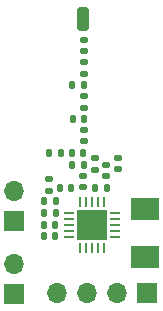
<source format=gbr>
%TF.GenerationSoftware,KiCad,Pcbnew,8.0.4*%
%TF.CreationDate,2024-09-11T18:08:34-07:00*%
%TF.ProjectId,rf-frontend-test,72662d66-726f-46e7-9465-6e642d746573,rev?*%
%TF.SameCoordinates,Original*%
%TF.FileFunction,Soldermask,Top*%
%TF.FilePolarity,Negative*%
%FSLAX46Y46*%
G04 Gerber Fmt 4.6, Leading zero omitted, Abs format (unit mm)*
G04 Created by KiCad (PCBNEW 8.0.4) date 2024-09-11 18:08:34*
%MOMM*%
%LPD*%
G01*
G04 APERTURE LIST*
G04 Aperture macros list*
%AMRoundRect*
0 Rectangle with rounded corners*
0 $1 Rounding radius*
0 $2 $3 $4 $5 $6 $7 $8 $9 X,Y pos of 4 corners*
0 Add a 4 corners polygon primitive as box body*
4,1,4,$2,$3,$4,$5,$6,$7,$8,$9,$2,$3,0*
0 Add four circle primitives for the rounded corners*
1,1,$1+$1,$2,$3*
1,1,$1+$1,$4,$5*
1,1,$1+$1,$6,$7*
1,1,$1+$1,$8,$9*
0 Add four rect primitives between the rounded corners*
20,1,$1+$1,$2,$3,$4,$5,0*
20,1,$1+$1,$4,$5,$6,$7,0*
20,1,$1+$1,$6,$7,$8,$9,0*
20,1,$1+$1,$8,$9,$2,$3,0*%
G04 Aperture macros list end*
%ADD10RoundRect,0.147500X0.172500X-0.147500X0.172500X0.147500X-0.172500X0.147500X-0.172500X-0.147500X0*%
%ADD11RoundRect,0.140000X0.140000X0.170000X-0.140000X0.170000X-0.140000X-0.170000X0.140000X-0.170000X0*%
%ADD12RoundRect,0.140000X0.170000X-0.140000X0.170000X0.140000X-0.170000X0.140000X-0.170000X-0.140000X0*%
%ADD13R,1.700000X1.700000*%
%ADD14O,1.700000X1.700000*%
%ADD15RoundRect,0.062500X-0.062500X0.362500X-0.062500X-0.362500X0.062500X-0.362500X0.062500X0.362500X0*%
%ADD16RoundRect,0.062500X-0.362500X0.062500X-0.362500X-0.062500X0.362500X-0.062500X0.362500X0.062500X0*%
%ADD17R,2.600000X2.600000*%
%ADD18R,2.400000X1.900000*%
%ADD19RoundRect,0.147500X-0.147500X-0.172500X0.147500X-0.172500X0.147500X0.172500X-0.147500X0.172500X0*%
%ADD20RoundRect,0.250000X-0.250000X-0.750000X0.250000X-0.750000X0.250000X0.750000X-0.250000X0.750000X0*%
%ADD21RoundRect,0.135000X0.135000X0.185000X-0.135000X0.185000X-0.135000X-0.185000X0.135000X-0.185000X0*%
%ADD22RoundRect,0.147500X0.147500X0.172500X-0.147500X0.172500X-0.147500X-0.172500X0.147500X-0.172500X0*%
G04 APERTURE END LIST*
D10*
%TO.C,LF4*%
X118180000Y-51840000D03*
X118180000Y-50870000D03*
%TD*%
D11*
%TO.C,CF2*%
X118220000Y-55650000D03*
X117260000Y-55650000D03*
%TD*%
D12*
%TO.C,C3*%
X115220000Y-61720000D03*
X115220000Y-60760000D03*
%TD*%
D13*
%TO.C,J1*%
X112280000Y-70445000D03*
D14*
X112280000Y-67905000D03*
%TD*%
D12*
%TO.C,CR1*%
X120100000Y-60500000D03*
X120100000Y-59540000D03*
%TD*%
D11*
%TO.C,C2*%
X115800000Y-62650000D03*
X114840000Y-62650000D03*
%TD*%
D12*
%TO.C,CC1*%
X118180000Y-49950000D03*
X118180000Y-48990000D03*
%TD*%
D15*
%TO.C,U1*%
X119872000Y-62700000D03*
X119372000Y-62700000D03*
X118872000Y-62700000D03*
X118372000Y-62700000D03*
X117872000Y-62700000D03*
D16*
X116947000Y-63625000D03*
X116947000Y-64125000D03*
X116947000Y-64625000D03*
X116947000Y-65125000D03*
X116947000Y-65625000D03*
D15*
X117872000Y-66550000D03*
X118372000Y-66550000D03*
X118872000Y-66550000D03*
X119372000Y-66550000D03*
X119872000Y-66550000D03*
D16*
X120797000Y-65625000D03*
X120797000Y-65125000D03*
X120797000Y-64625000D03*
X120797000Y-64125000D03*
X120797000Y-63625000D03*
D17*
X118872000Y-64625000D03*
%TD*%
D11*
%TO.C,C5*%
X114840000Y-63620000D03*
X115800000Y-63620000D03*
%TD*%
D18*
%TO.C,Y1*%
X123410000Y-63270000D03*
X123410000Y-67370000D03*
%TD*%
D10*
%TO.C,LF3*%
X118180000Y-54705000D03*
X118180000Y-53735000D03*
%TD*%
D11*
%TO.C,CF1*%
X118170000Y-59540000D03*
X117210000Y-59540000D03*
%TD*%
D19*
%TO.C,Lchk1*%
X116174800Y-61468000D03*
X117144800Y-61468000D03*
%TD*%
D12*
%TO.C,C6*%
X118160800Y-61440000D03*
X118160800Y-60480000D03*
%TD*%
D11*
%TO.C,C4*%
X115790000Y-64610000D03*
X114830000Y-64610000D03*
%TD*%
D10*
%TO.C,LR2*%
X119126000Y-59944000D03*
X119126000Y-58974000D03*
%TD*%
D14*
%TO.C,J2*%
X115900000Y-70440000D03*
X118440000Y-70440000D03*
X120980000Y-70440000D03*
D13*
X123520000Y-70440000D03*
%TD*%
D20*
%TO.C,AE1*%
X118160000Y-47240000D03*
%TD*%
D12*
%TO.C,CR2*%
X121100000Y-59938800D03*
X121100000Y-58978800D03*
%TD*%
D10*
%TO.C,LF2*%
X118180000Y-57570000D03*
X118180000Y-56600000D03*
%TD*%
D21*
%TO.C,RF1*%
X116270000Y-58560000D03*
X115250000Y-58560000D03*
%TD*%
D13*
%TO.C,J3*%
X112290000Y-64265000D03*
D14*
X112290000Y-61725000D03*
%TD*%
D19*
%TO.C,LF1*%
X117185000Y-58550000D03*
X118155000Y-58550000D03*
%TD*%
D22*
%TO.C,LR1*%
X120119000Y-61468000D03*
X119149000Y-61468000D03*
%TD*%
D11*
%TO.C,CF3*%
X118170000Y-52790000D03*
X117210000Y-52790000D03*
%TD*%
%TO.C,C1*%
X115790000Y-65570000D03*
X114830000Y-65570000D03*
%TD*%
M02*

</source>
